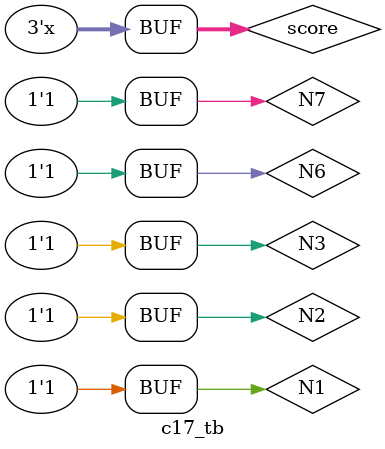
<source format=v>
`timescale 1ns / 1ps


module c17_tb;

reg N1,N2,N3,N6,N7;
reg [2:0]score;
wire N22,N23;

c17 uut(.gat1(N1),.gat2(N2),.gat3(N3),.gat6(N6),.gat7(N7),.gat_out22(N22),.gat_out23(N23));


initial begin


score <= 3'b000;

//00000//
N1 <= 0 ; N2 <= 0;  N3 <= 0 ; N6 <= 0 ; N7 <= 0 ;
#10
$display(" input pattern = ",N1,N2,N3,N6,N7, "--> golden value = 00 "); 
$display(" your answer = ", N22, N23); 
if (N22 == 1'b0 && N23 == 1'b0)
begin
	score = score + 3'b001;
end

//10101//
N1 <= 1 ; N2 <= 0;  N3 <= 1 ; N6 <= 0 ; N7 <= 1 ;
#10
$display(" input pattern = ",N1,N2,N3,N6,N7, "--> golden value = 11 "); 
$display(" your answer = ", N22, N23); 
if (N22 == 1'b1 && N23 == 1'b1)
begin
	score = score + 3'b001;
end

//01010//
N1 <= 0 ; N2 <= 1;  N3 <= 0 ; N6 <= 1 ; N7 <= 0 ;
#10
$display(" input pattern = ",N1,N2,N3,N6,N7, "--> golden value = 11 "); 
$display(" your answer = ", N22, N23); 
if (N22 == 1'b1 && N23 == 1'b1)
begin
	score = score + 3'b001;
end

//11011//
N1 <= 1 ; N2 <= 1;  N3 <= 0 ; N6 <= 1 ; N7 <= 1 ;
#10
$display(" input pattern = ",N1,N2,N3,N6,N7, "--> golden value = 11 "); 
$display(" your answer = ", N22, N23); 
if (N22 == 1'b1 && N23 == 1'b1)
begin
	score = score + 3'b001;
end

//11111//
N1 <= 1 ; N2 <= 1;  N3 <= 1 ; N6 <= 1 ; N7 <= 1 ;
#10
$display(" input pattern = ",N1,N2,N3,N6,N7, "--> golden value = 10 "); 
$display(" your answer = ", N22, N23); 
if (N22 == 1'b1 && N23 == 1'b0)
begin
	score = score + 3'b001;
end

if (score == 3'b101)
begin
$display("CORRECT!!!");
$display("                                                       ");
$display("                                                       ");
$display("                  ...XXXXXXXXXXXX..                    ");
$display("                .XXXXXXX.......XXXXXX.                 ");
$display("              XXXXX....     .......XXXX.               ");
$display("            .XXX.......     ....... ..XX.              ");
$display("           .XX.  ..             ...   .XX              ");
$display("          .XX..   .XXX.     .XXX.      .XX             ");
$display("          XXX.....XXXXX.    XXXXX     ..XX.            ");
$display("       ..XXX.......XXX.......XXX........XXX            ");
$display("    XXXXXXXX..XXXXXXXXXXXXXXXXXXXXXX.....XXXX.         ");
$display("  XXX.    XXXX..XXXXX........XXXXXX.. ...XXXXXXXXX.    ");
$display(" XX.      XXX.......XXXXXXXXXXX.....XXXXXX      .XXX.  ");
$display(" .XXX.    .XX.. ..  ...................XXX         XX. ");
$display("   .XXXXX. .XX.                     ..XXX        .XXX. ");
$display("     ...XXXXXXXX.                 ...XXX  ..XXXXXXX.   ");
$display("          ..XXXXX.             ....XXXXXXXXXX...       ");
$display("               .XXXX...........XXXXXX.                 ");
$display("                 .XXXXXXXXXXXXXXXXXXX.                 ");
$display("                  XXXXXXXXXXXXXXXXXXXX                 ");
$display("                  XXXXXXXXXXXXXXXXXXXX                 ");
$display("                  XXXXXXXXXXXXXXXXXXXX                 ");
$display("                                                       ");
end
else
begin
$display("WRONG!!!!!");
$display("                                                       ");
$display("                .XXXXXXXXXX..                          ");
$display("           ..XXXX.....  ....XXX..                      ");
$display("      ..XXXXXX...XX.   .XXX....XX                      ");
$display("     .XXXXXXX  XX...     ...X. .XX                     ");
$display("    XXX....XX. .  XX     XX      XXX                   ");
$display("   XX......XX.                    XX                   ");
$display("   XX....XXXX      ..XXXXX..      .XX                  ");
$display("   XXXX.X..      .XX.    ..XX.     XX                  ");
$display("  .X..XXX.    .....         ..     XX                  ");
$display(" .XX  XXXXX..XXXXX     .           XX                  ");
$display(" .X   .XXXXXX...XX..XXXXX.         X.                  ");
$display(" ..    .XX.....XXXXXXXXXXXX.                           ");
$display("  .....XXXXXXXXXX.   .. .XXXXX..                       ");
$display("XXXXXXXXX...         XX.   .XXXXX.                     ");
$display("X.....               XX.     ..XXXX.                   ");
$display("              ...X   XX.         XXXXX.                ");
$display("     .....XXXXXXXX   XX.           .XXXX..             ");
$display(".XXXXXXXXXXX....XX   XX.             ..XXXXX.          ");
$display("XXXX.....      .XX   XX.                .XXXXX.        ");
$display("              ..XX   XX.                   .XXXX..     ");
$display("       .....XXXXXX   XX.                     .XXXXX..  ");
$display("                                                       ");
end
end
  
endmodule

</source>
